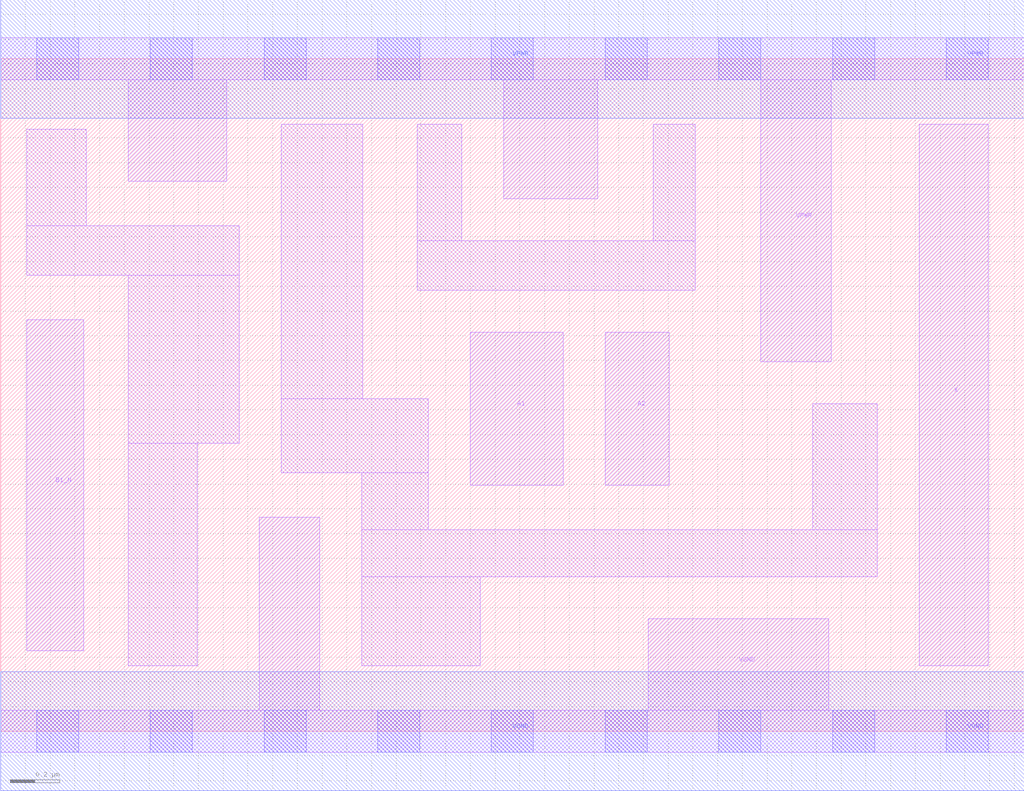
<source format=lef>
# Copyright 2020 The SkyWater PDK Authors
#
# Licensed under the Apache License, Version 2.0 (the "License");
# you may not use this file except in compliance with the License.
# You may obtain a copy of the License at
#
#     https://www.apache.org/licenses/LICENSE-2.0
#
# Unless required by applicable law or agreed to in writing, software
# distributed under the License is distributed on an "AS IS" BASIS,
# WITHOUT WARRANTIES OR CONDITIONS OF ANY KIND, either express or implied.
# See the License for the specific language governing permissions and
# limitations under the License.
#
# SPDX-License-Identifier: Apache-2.0

VERSION 5.7 ;
  NAMESCASESENSITIVE ON ;
  NOWIREEXTENSIONATPIN ON ;
  DIVIDERCHAR "/" ;
  BUSBITCHARS "[]" ;
UNITS
  DATABASE MICRONS 200 ;
END UNITS
PROPERTYDEFINITIONS
  MACRO maskLayoutSubType STRING ;
  MACRO prCellType STRING ;
  MACRO originalViewName STRING ;
END PROPERTYDEFINITIONS
MACRO sky130_fd_sc_hdll__a21bo_1
  CLASS CORE ;
  FOREIGN sky130_fd_sc_hdll__a21bo_1 ;
  ORIGIN  0.000000  0.000000 ;
  SIZE  4.140000 BY  2.720000 ;
  SYMMETRY X Y R90 ;
  SITE unithd ;
  PIN A1
    ANTENNAGATEAREA  0.277500 ;
    DIRECTION INPUT ;
    USE SIGNAL ;
    PORT
      LAYER li1 ;
        RECT 1.900000 0.995000 2.275000 1.615000 ;
    END
  END A1
  PIN A2
    ANTENNAGATEAREA  0.277500 ;
    DIRECTION INPUT ;
    USE SIGNAL ;
    PORT
      LAYER li1 ;
        RECT 2.445000 0.995000 2.705000 1.615000 ;
    END
  END A2
  PIN B1_N
    ANTENNAGATEAREA  0.138600 ;
    DIRECTION INPUT ;
    USE SIGNAL ;
    PORT
      LAYER li1 ;
        RECT 0.105000 0.325000 0.335000 1.665000 ;
    END
  END B1_N
  PIN X
    ANTENNADIFFAREA  0.628750 ;
    DIRECTION OUTPUT ;
    USE SIGNAL ;
    PORT
      LAYER li1 ;
        RECT 3.715000 0.265000 3.995000 2.455000 ;
    END
  END X
  PIN VGND
    DIRECTION INOUT ;
    USE GROUND ;
    PORT
      LAYER li1 ;
        RECT 0.000000 -0.085000 4.140000 0.085000 ;
        RECT 1.045000  0.085000 1.290000 0.865000 ;
        RECT 2.620000  0.085000 3.350000 0.455000 ;
      LAYER mcon ;
        RECT 0.145000 -0.085000 0.315000 0.085000 ;
        RECT 0.605000 -0.085000 0.775000 0.085000 ;
        RECT 1.065000 -0.085000 1.235000 0.085000 ;
        RECT 1.525000 -0.085000 1.695000 0.085000 ;
        RECT 1.985000 -0.085000 2.155000 0.085000 ;
        RECT 2.445000 -0.085000 2.615000 0.085000 ;
        RECT 2.905000 -0.085000 3.075000 0.085000 ;
        RECT 3.365000 -0.085000 3.535000 0.085000 ;
        RECT 3.825000 -0.085000 3.995000 0.085000 ;
      LAYER met1 ;
        RECT 0.000000 -0.240000 4.140000 0.240000 ;
    END
  END VGND
  PIN VPWR
    DIRECTION INOUT ;
    USE POWER ;
    PORT
      LAYER li1 ;
        RECT 0.000000 2.635000 4.140000 2.805000 ;
        RECT 0.515000 2.225000 0.915000 2.635000 ;
        RECT 2.035000 2.155000 2.415000 2.635000 ;
        RECT 3.075000 1.495000 3.360000 2.635000 ;
      LAYER mcon ;
        RECT 0.145000 2.635000 0.315000 2.805000 ;
        RECT 0.605000 2.635000 0.775000 2.805000 ;
        RECT 1.065000 2.635000 1.235000 2.805000 ;
        RECT 1.525000 2.635000 1.695000 2.805000 ;
        RECT 1.985000 2.635000 2.155000 2.805000 ;
        RECT 2.445000 2.635000 2.615000 2.805000 ;
        RECT 2.905000 2.635000 3.075000 2.805000 ;
        RECT 3.365000 2.635000 3.535000 2.805000 ;
        RECT 3.825000 2.635000 3.995000 2.805000 ;
      LAYER met1 ;
        RECT 0.000000 2.480000 4.140000 2.960000 ;
    END
  END VPWR
  OBS
    LAYER li1 ;
      RECT 0.105000 1.845000 0.965000 2.045000 ;
      RECT 0.105000 2.045000 0.345000 2.435000 ;
      RECT 0.515000 0.265000 0.795000 1.165000 ;
      RECT 0.515000 1.165000 0.965000 1.845000 ;
      RECT 1.135000 1.045000 1.730000 1.345000 ;
      RECT 1.135000 1.345000 1.465000 2.455000 ;
      RECT 1.460000 0.265000 1.940000 0.625000 ;
      RECT 1.460000 0.625000 3.545000 0.815000 ;
      RECT 1.460000 0.815000 1.730000 1.045000 ;
      RECT 1.685000 1.785000 2.810000 1.985000 ;
      RECT 1.685000 1.985000 1.865000 2.455000 ;
      RECT 2.640000 1.985000 2.810000 2.455000 ;
      RECT 3.285000 0.815000 3.545000 1.325000 ;
  END
  PROPERTY maskLayoutSubType "abstract" ;
  PROPERTY prCellType "standard" ;
  PROPERTY originalViewName "layout" ;
END sky130_fd_sc_hdll__a21bo_1

</source>
